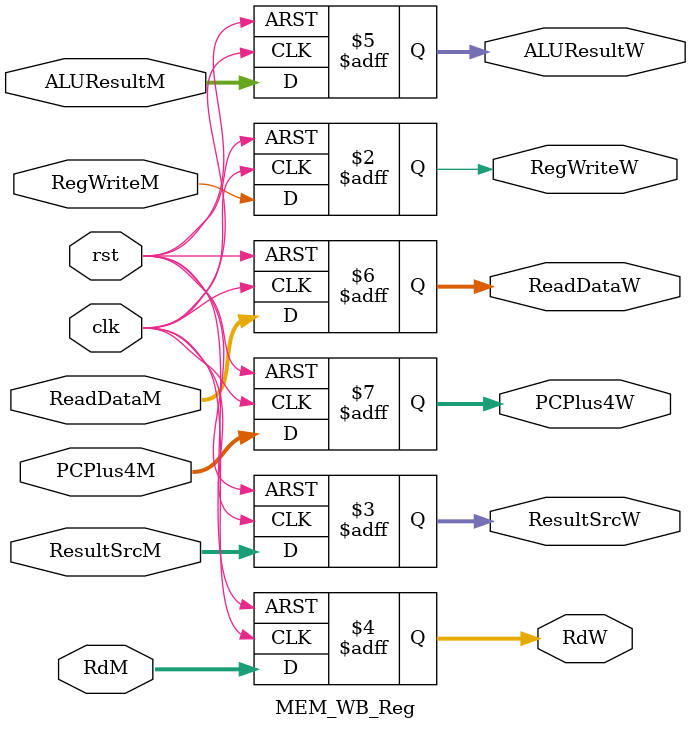
<source format=v>

module MEM_WB_Reg(
	input clk,rst,RegWriteM,
	input[1:0] ResultSrcM,
	input[4:0] RdM,
	input[31:0] ALUResultM,ReadDataM,PCPlus4M,

	output reg RegWriteW,
	output reg[1:0] ResultSrcW,
	output reg[4:0] RdW,
	output reg[31:0] ALUResultW,ReadDataW,PCPlus4W
	);

always @(posedge clk or posedge rst) begin
	if (rst) begin
		RegWriteW<=0;
		ResultSrcW<=0;
		RdW<=0;
		ALUResultW<=0;
		ReadDataW<=0;
		PCPlus4W<=0;
	end
	else begin
		RegWriteW<=RegWriteM;
		ResultSrcW<=ResultSrcM;
		RdW<=RdM;
		ALUResultW<=ALUResultM;
		ReadDataW<=ReadDataM;
		PCPlus4W<=PCPlus4M;
	end
end

endmodule
</source>
